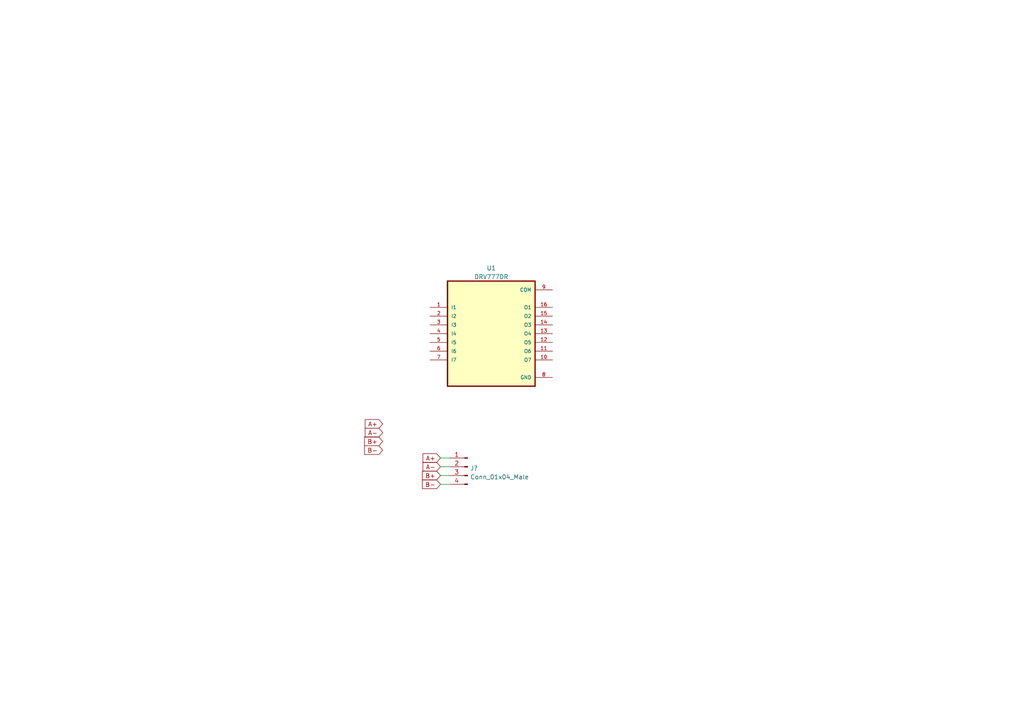
<source format=kicad_sch>
(kicad_sch (version 20211123) (generator eeschema)
  (paper "A4")
  (lib_symbols
    (symbol "Connector:Conn_01x04_Male" (pin_names (offset 1.016) hide)
      (property "Reference" "J" (at 0 5.08 0))
      (property "Value" "Conn_01x04_Male" (at 0 -7.62 0))
      (symbol "Conn_01x04_Male_1_1"
        (polyline (pts (xy 1.27 -5.08) (xy 0.8636 -5.08)) (stroke (width 0.1524)))
        (polyline (pts (xy 1.27 -2.54) (xy 0.8636 -2.54)) (stroke (width 0.1524)))
        (polyline (pts (xy 1.27 0) (xy 0.8636 0)) (stroke (width 0.1524)))
        (polyline (pts (xy 1.27 2.54) (xy 0.8636 2.54)) (stroke (width 0.1524)))
        (rectangle (start 0.8636 -4.953) (end 0 -5.207) (stroke (width 0.1524)) (fill (type outline)))
        (rectangle (start 0.8636 -2.413) (end 0 -2.667) (stroke (width 0.1524)) (fill (type outline)))
        (rectangle (start 0.8636 0.127) (end 0 -0.127) (stroke (width 0.1524)) (fill (type outline)))
        (rectangle (start 0.8636 2.667) (end 0 2.413) (stroke (width 0.1524)) (fill (type outline)))
        (pin passive line (at 5.08 2.54 180) (length 3.81) (name "Pin_1") (number "1"))
        (pin passive line (at 5.08 0 180) (length 3.81) (name "Pin_2") (number "2"))
        (pin passive line (at 5.08 -2.54 180) (length 3.81) (name "Pin_3") (number "3"))
        (pin passive line (at 5.08 -5.08 180) (length 3.81) (name "Pin_4") (number "4"))
      )
    )
    (symbol "Ninja-qPCR:DRV777DR" (pin_names (offset 1.016))
      (property "Reference" "U" (at -12.7 16.2306 0))
      (property "Value" "DRV777DR" (at -5.08 0 0))
      (symbol "DRV777DR_0_0"
        (rectangle (start -12.7 -15.24) (end 12.7 15.24) (stroke (width 0.4064)) (fill (type background)))
        (pin input line (at -17.78 7.62 0) (length 5.08) (name "I1") (number "1"))
        (pin output line (at 17.78 -7.62 180) (length 5.08) (name "O7") (number "10"))
        (pin output line (at 17.78 -5.08 180) (length 5.08) (name "O6") (number "11"))
        (pin output line (at 17.78 -2.54 180) (length 5.08) (name "O5") (number "12"))
        (pin output line (at 17.78 0 180) (length 5.08) (name "O4") (number "13"))
        (pin output line (at 17.78 2.54 180) (length 5.08) (name "O3") (number "14"))
        (pin output line (at 17.78 5.08 180) (length 5.08) (name "O2") (number "15"))
        (pin output line (at 17.78 7.62 180) (length 5.08) (name "O1") (number "16"))
        (pin input line (at -17.78 5.08 0) (length 5.08) (name "I2") (number "2"))
        (pin input line (at -17.78 2.54 0) (length 5.08) (name "I3") (number "3"))
        (pin input line (at -17.78 0 0) (length 5.08) (name "I4") (number "4"))
        (pin input line (at -17.78 -2.54 0) (length 5.08) (name "I5") (number "5"))
        (pin input line (at -17.78 -5.08 0) (length 5.08) (name "I6") (number "6"))
        (pin input line (at -17.78 -7.62 0) (length 5.08) (name "I7") (number "7"))
        (pin power_in line (at 17.78 -12.7 180) (length 5.08) (name "GND") (number "8"))
        (pin power_in line (at 17.78 12.7 180) (length 5.08) (name "COM") (number "9"))
      )
    )
  )
  (wire (pts (xy 127.762 132.842) (xy 130.556 132.842)))
  (wire (pts (xy 127.762 140.462) (xy 130.556 140.462)))
  (wire (pts (xy 127.762 135.382) (xy 130.556 135.382)))
  (wire (pts (xy 127.762 137.922) (xy 130.556 137.922)))
  (global_label "A-" (shape input) (at 110.998 125.476 180) (property "Intersheet References" "${INTERSHEET_REFS}" (effects hide)))
  (global_label "B-" (shape input) (at 127.762 140.462 180) (property "Intersheet References" "${INTERSHEET_REFS}" (effects hide)))
  (global_label "A-" (shape input) (at 127.762 135.382 180) (property "Intersheet References" "${INTERSHEET_REFS}" (effects hide)))
  (global_label "B-" (shape input) (at 110.998 130.556 180) (property "Intersheet References" "${INTERSHEET_REFS}" (effects hide)))
  (global_label "A+" (shape input) (at 110.998 122.936 180) (property "Intersheet References" "${INTERSHEET_REFS}" (effects hide)))
  (global_label "A+" (shape input) (at 127.762 132.842 180) (property "Intersheet References" "${INTERSHEET_REFS}" (effects hide)))
  (global_label "B+" (shape input) (at 110.998 128.016 180) (property "Intersheet References" "${INTERSHEET_REFS}" (effects hide)))
  (global_label "B+" (shape input) (at 127.762 137.922 180) (property "Intersheet References" "${INTERSHEET_REFS}" (effects hide)))
  (symbol (lib_id "Ninja-qPCR:DRV777DR") (at 142.494 96.774 0) (unit 1)
    (property "Reference" "U1" (at 142.494 77.758 0))
    (property "Value" "DRV777DR" (at 142.494 80.2949 0))
    (property "Footprint" "Package_SO:SOIC-16_3.9x9.9mm_P1.27mm" (effects hide))
  )
  (symbol (lib_id "Connector:Conn_01x04_Male") (at 135.636 135.382 0) (mirror y) (unit 1)
    (property "Reference" "J?" (at 136.3472 135.8173 0) (effects (justify right)))
    (property "Value" "Conn_01x04_Male" (at 136.3472 138.3542 0) (effects (justify right)))
  )
)
</source>
